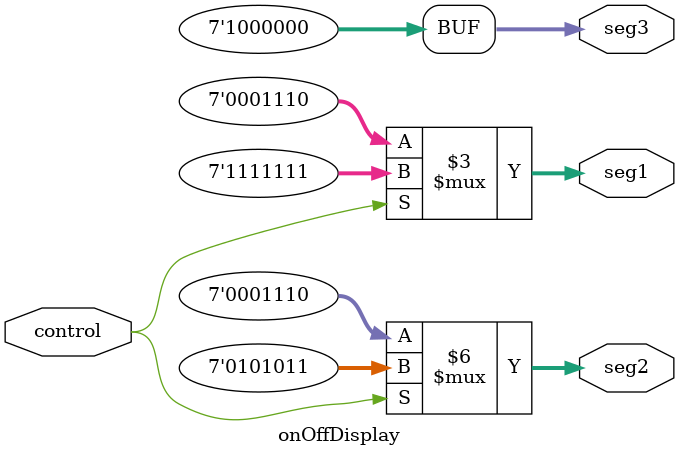
<source format=v>
module onOffDisplay(
    input wire control,       // Input wire to control the display
    output reg [6:0] seg1,    // 7-segment display 1
    output reg [6:0] seg2,    // 7-segment display 2
    output reg [6:0] seg3     // 7-segment display 3
);

// 7-segment display encoding for 'O', 'N', 'F'
parameter O     = 7'b1000000;
parameter N     = 7'b0101011;
parameter F     = 7'b0001110;
parameter BLANK = 7'b1111111;

always @(*) begin
    if (control) begin
        // Display "ON"
        seg3 <= O;
        seg2 <= N;
        seg1 <= BLANK;
    end else begin
        // Display "OFF"
        seg3 <= O;
        seg2 <= F;
        seg1 <= F;
    end
end

endmodule

</source>
